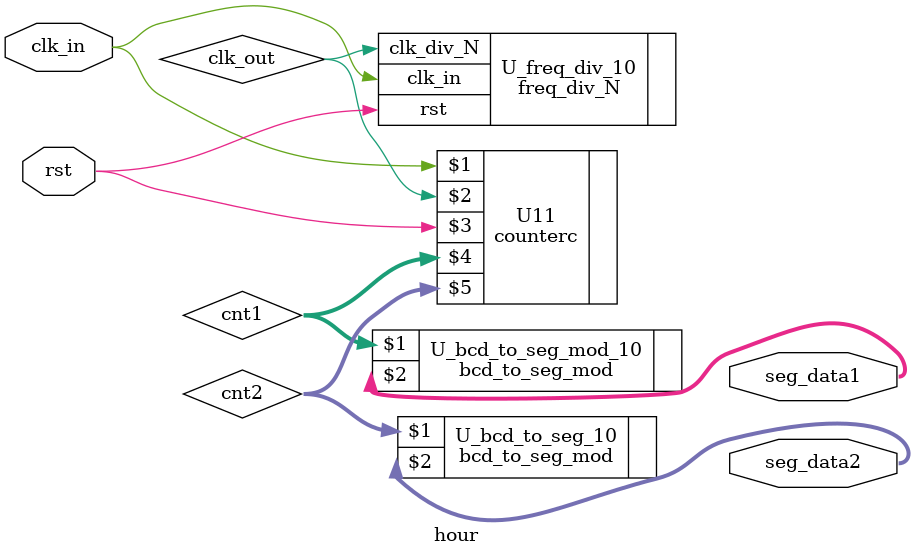
<source format=v>
`timescale 1ns / 1ps
module hour(clk_in,rst,seg_data1,seg_data2);
   input clk_in, rst;
	output [7:0] seg_data1, seg_data2;
   wire [3:0] cnt1;
	wire [2:0] cnt2;
	wire [7:0] seg_data1, seg_data2;
	
	freq_div_N #(5) U_freq_div_10 (.clk_in(clk_in), 
											 .rst(rst), 
											 .clk_div_N(clk_out));
	counterc U11(clk_in,clk_out,rst,cnt1,cnt2);									 
	//couter10 U_cnt_digit_10 (clk_in, rst, cnt1,cnt2);
   bcd_to_seg_mod U_bcd_to_seg_mod_10 (cnt1,seg_data1);
	
	//cnt_2 U_cnt_digit (clk_out, rst, cnt2,cnt1);
   bcd_to_seg_mod U_bcd_to_seg_10 (cnt2,seg_data2); 
endmodule

</source>
